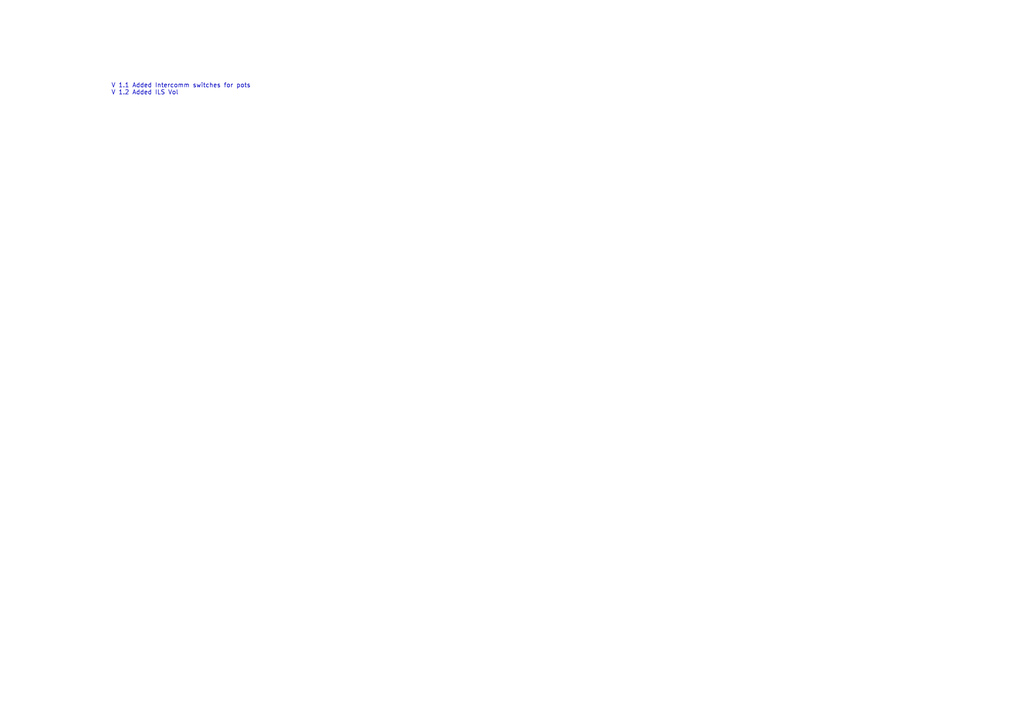
<source format=kicad_sch>
(kicad_sch
	(version 20231120)
	(generator "eeschema")
	(generator_version "8.0")
	(uuid "c1144080-ed26-4517-b8c1-bacf662206e3")
	(paper "A4")
	(lib_symbols)
	(text "V 1.1 Added Intercomm switches for pots\nV 1.2 Added ILS Vol"
		(exclude_from_sim no)
		(at 32.258 27.686 0)
		(effects
			(font
				(size 1.27 1.27)
			)
			(justify left bottom)
		)
		(uuid "45a6aad1-cacd-4330-b3cc-2450146cf688")
	)
)

</source>
